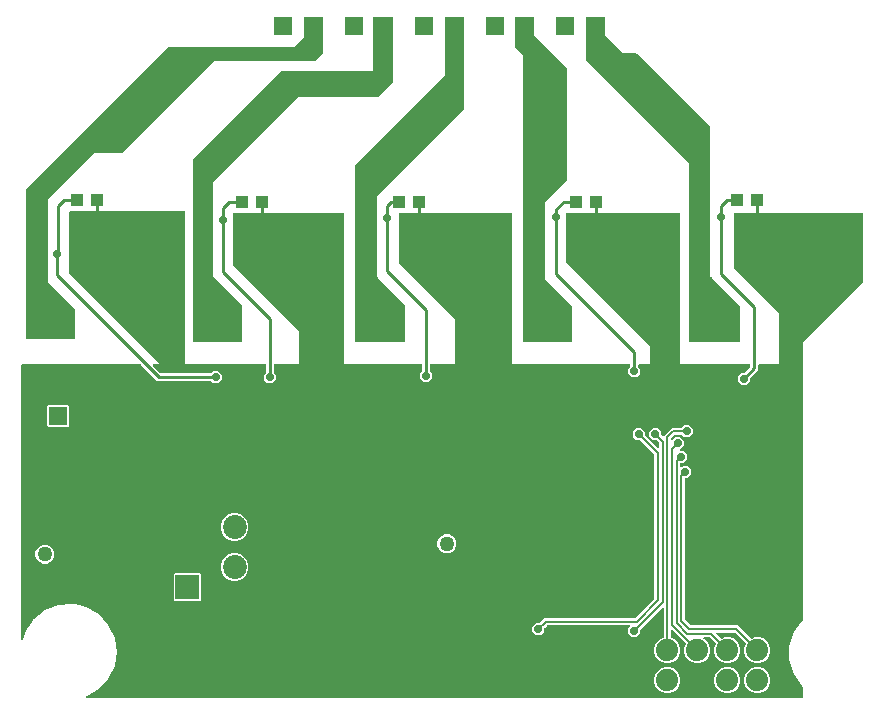
<source format=gbr>
G04 EAGLE Gerber RS-274X export*
G75*
%MOMM*%
%FSLAX34Y34*%
%LPD*%
%INBottom Copper*%
%IPPOS*%
%AMOC8*
5,1,8,0,0,1.08239X$1,22.5*%
G01*
%ADD10R,1.524000X1.524000*%
%ADD11R,2.025000X2.025000*%
%ADD12C,2.025000*%
%ADD13R,1.100000X1.000000*%
%ADD14C,1.879600*%
%ADD15C,1.275000*%
%ADD16C,0.756400*%
%ADD17C,0.706400*%
%ADD18C,0.254000*%
%ADD19C,0.200000*%

G36*
X715548Y355062D02*
X715548Y355062D01*
X715601Y355136D01*
X715661Y355205D01*
X715673Y355235D01*
X715692Y355261D01*
X715719Y355348D01*
X715753Y355433D01*
X715757Y355474D01*
X715764Y355497D01*
X715763Y355529D01*
X715771Y355600D01*
X715771Y412750D01*
X715768Y412770D01*
X715770Y412789D01*
X715748Y412891D01*
X715732Y412993D01*
X715722Y413010D01*
X715718Y413030D01*
X715665Y413119D01*
X715616Y413210D01*
X715602Y413224D01*
X715592Y413241D01*
X715513Y413308D01*
X715438Y413380D01*
X715420Y413388D01*
X715405Y413401D01*
X715309Y413440D01*
X715215Y413483D01*
X715195Y413485D01*
X715177Y413493D01*
X715010Y413511D01*
X607060Y413511D01*
X607040Y413508D01*
X607021Y413510D01*
X606919Y413488D01*
X606817Y413472D01*
X606800Y413462D01*
X606780Y413458D01*
X606691Y413405D01*
X606600Y413356D01*
X606586Y413342D01*
X606569Y413332D01*
X606502Y413253D01*
X606431Y413178D01*
X606422Y413160D01*
X606409Y413145D01*
X606370Y413049D01*
X606327Y412955D01*
X606325Y412935D01*
X606317Y412917D01*
X606299Y412750D01*
X606299Y367030D01*
X606314Y366940D01*
X606321Y366849D01*
X606333Y366819D01*
X606339Y366787D01*
X606381Y366707D01*
X606417Y366623D01*
X606443Y366591D01*
X606454Y366570D01*
X606477Y366548D01*
X606522Y366492D01*
X644399Y328615D01*
X644399Y285241D01*
X627602Y285241D01*
X627582Y285238D01*
X627563Y285240D01*
X627461Y285218D01*
X627359Y285202D01*
X627342Y285192D01*
X627322Y285188D01*
X627233Y285135D01*
X627142Y285086D01*
X627128Y285072D01*
X627111Y285062D01*
X627044Y284983D01*
X626972Y284908D01*
X626964Y284890D01*
X626951Y284875D01*
X626912Y284779D01*
X626869Y284685D01*
X626867Y284665D01*
X626859Y284647D01*
X626841Y284480D01*
X626841Y280585D01*
X619960Y273704D01*
X619907Y273630D01*
X619847Y273561D01*
X619835Y273531D01*
X619816Y273504D01*
X619789Y273417D01*
X619755Y273333D01*
X619751Y273292D01*
X619744Y273269D01*
X619745Y273237D01*
X619737Y273166D01*
X619737Y270955D01*
X616775Y267993D01*
X612585Y267993D01*
X609623Y270955D01*
X609623Y275145D01*
X612585Y278107D01*
X614796Y278107D01*
X614886Y278121D01*
X614977Y278129D01*
X615007Y278141D01*
X615039Y278146D01*
X615119Y278189D01*
X615203Y278225D01*
X615235Y278251D01*
X615256Y278262D01*
X615278Y278285D01*
X615334Y278330D01*
X620076Y283072D01*
X620129Y283146D01*
X620189Y283215D01*
X620201Y283245D01*
X620220Y283272D01*
X620247Y283359D01*
X620281Y283443D01*
X620285Y283484D01*
X620292Y283507D01*
X620291Y283539D01*
X620299Y283610D01*
X620299Y284480D01*
X620296Y284500D01*
X620298Y284519D01*
X620276Y284621D01*
X620260Y284723D01*
X620250Y284740D01*
X620246Y284760D01*
X620193Y284849D01*
X620144Y284940D01*
X620130Y284954D01*
X620120Y284971D01*
X620041Y285038D01*
X619966Y285110D01*
X619948Y285118D01*
X619933Y285131D01*
X619837Y285170D01*
X619743Y285213D01*
X619723Y285215D01*
X619705Y285223D01*
X619538Y285241D01*
X560831Y285241D01*
X560831Y412750D01*
X560828Y412770D01*
X560830Y412789D01*
X560808Y412891D01*
X560792Y412993D01*
X560782Y413010D01*
X560778Y413030D01*
X560725Y413119D01*
X560676Y413210D01*
X560662Y413224D01*
X560652Y413241D01*
X560573Y413308D01*
X560498Y413380D01*
X560480Y413388D01*
X560465Y413401D01*
X560369Y413440D01*
X560275Y413483D01*
X560255Y413485D01*
X560237Y413493D01*
X560070Y413511D01*
X464820Y413511D01*
X464800Y413508D01*
X464781Y413510D01*
X464679Y413488D01*
X464577Y413472D01*
X464560Y413462D01*
X464540Y413458D01*
X464451Y413405D01*
X464360Y413356D01*
X464346Y413342D01*
X464329Y413332D01*
X464262Y413253D01*
X464191Y413178D01*
X464182Y413160D01*
X464169Y413145D01*
X464130Y413049D01*
X464087Y412955D01*
X464085Y412935D01*
X464077Y412917D01*
X464059Y412750D01*
X464059Y372110D01*
X464074Y372020D01*
X464081Y371929D01*
X464093Y371899D01*
X464099Y371867D01*
X464141Y371787D01*
X464177Y371703D01*
X464203Y371671D01*
X464214Y371650D01*
X464237Y371628D01*
X464282Y371572D01*
X535179Y300675D01*
X535179Y285241D01*
X526002Y285241D01*
X525982Y285238D01*
X525963Y285240D01*
X525861Y285218D01*
X525759Y285202D01*
X525742Y285192D01*
X525722Y285188D01*
X525633Y285135D01*
X525542Y285086D01*
X525528Y285072D01*
X525511Y285062D01*
X525444Y284983D01*
X525372Y284908D01*
X525364Y284890D01*
X525351Y284875D01*
X525312Y284779D01*
X525269Y284685D01*
X525267Y284665D01*
X525259Y284647D01*
X525241Y284480D01*
X525241Y283596D01*
X525255Y283506D01*
X525263Y283415D01*
X525275Y283385D01*
X525280Y283353D01*
X525323Y283272D01*
X525359Y283189D01*
X525385Y283156D01*
X525396Y283136D01*
X525419Y283114D01*
X525464Y283058D01*
X527027Y281495D01*
X527027Y277305D01*
X524065Y274343D01*
X519875Y274343D01*
X516913Y277305D01*
X516913Y281495D01*
X518476Y283058D01*
X518529Y283132D01*
X518589Y283201D01*
X518601Y283231D01*
X518620Y283257D01*
X518647Y283344D01*
X518681Y283429D01*
X518685Y283470D01*
X518692Y283492D01*
X518691Y283525D01*
X518699Y283596D01*
X518699Y284480D01*
X518696Y284500D01*
X518698Y284519D01*
X518676Y284621D01*
X518660Y284723D01*
X518650Y284740D01*
X518646Y284760D01*
X518593Y284849D01*
X518544Y284940D01*
X518530Y284954D01*
X518520Y284971D01*
X518441Y285038D01*
X518366Y285110D01*
X518348Y285118D01*
X518333Y285131D01*
X518237Y285170D01*
X518143Y285213D01*
X518123Y285215D01*
X518105Y285223D01*
X517938Y285241D01*
X418591Y285241D01*
X418591Y412750D01*
X418588Y412770D01*
X418590Y412789D01*
X418568Y412891D01*
X418552Y412993D01*
X418542Y413010D01*
X418538Y413030D01*
X418485Y413119D01*
X418436Y413210D01*
X418422Y413224D01*
X418412Y413241D01*
X418333Y413308D01*
X418258Y413380D01*
X418240Y413388D01*
X418225Y413401D01*
X418129Y413440D01*
X418035Y413483D01*
X418015Y413485D01*
X417997Y413493D01*
X417830Y413511D01*
X323850Y413511D01*
X323830Y413508D01*
X323811Y413510D01*
X323709Y413488D01*
X323607Y413472D01*
X323590Y413462D01*
X323570Y413458D01*
X323481Y413405D01*
X323390Y413356D01*
X323376Y413342D01*
X323359Y413332D01*
X323292Y413253D01*
X323221Y413178D01*
X323212Y413160D01*
X323199Y413145D01*
X323160Y413049D01*
X323117Y412955D01*
X323115Y412935D01*
X323107Y412917D01*
X323089Y412750D01*
X323089Y370840D01*
X323104Y370750D01*
X323111Y370659D01*
X323123Y370629D01*
X323129Y370597D01*
X323171Y370517D01*
X323207Y370433D01*
X323233Y370401D01*
X323244Y370380D01*
X323267Y370358D01*
X323312Y370302D01*
X370079Y323535D01*
X370079Y285241D01*
X349472Y285241D01*
X349452Y285238D01*
X349433Y285240D01*
X349331Y285218D01*
X349229Y285202D01*
X349212Y285192D01*
X349192Y285188D01*
X349103Y285135D01*
X349012Y285086D01*
X348998Y285072D01*
X348981Y285062D01*
X348914Y284983D01*
X348842Y284908D01*
X348834Y284890D01*
X348821Y284875D01*
X348782Y284779D01*
X348739Y284685D01*
X348737Y284665D01*
X348729Y284647D01*
X348711Y284480D01*
X348711Y279786D01*
X348725Y279696D01*
X348733Y279605D01*
X348745Y279575D01*
X348750Y279543D01*
X348793Y279462D01*
X348829Y279379D01*
X348855Y279346D01*
X348866Y279326D01*
X348889Y279304D01*
X348934Y279248D01*
X350497Y277685D01*
X350497Y273495D01*
X347535Y270533D01*
X343345Y270533D01*
X340383Y273495D01*
X340383Y277685D01*
X341946Y279248D01*
X341999Y279322D01*
X342059Y279391D01*
X342071Y279421D01*
X342090Y279447D01*
X342117Y279534D01*
X342151Y279619D01*
X342155Y279660D01*
X342162Y279682D01*
X342161Y279715D01*
X342169Y279786D01*
X342169Y284480D01*
X342166Y284500D01*
X342168Y284519D01*
X342146Y284621D01*
X342130Y284723D01*
X342120Y284740D01*
X342116Y284760D01*
X342063Y284849D01*
X342014Y284940D01*
X342000Y284954D01*
X341990Y284971D01*
X341911Y285038D01*
X341836Y285110D01*
X341818Y285118D01*
X341803Y285131D01*
X341707Y285170D01*
X341613Y285213D01*
X341593Y285215D01*
X341575Y285223D01*
X341408Y285241D01*
X276351Y285241D01*
X276351Y412750D01*
X276348Y412770D01*
X276350Y412789D01*
X276328Y412891D01*
X276312Y412993D01*
X276302Y413010D01*
X276298Y413030D01*
X276245Y413119D01*
X276196Y413210D01*
X276182Y413224D01*
X276172Y413241D01*
X276093Y413308D01*
X276018Y413380D01*
X276000Y413388D01*
X275985Y413401D01*
X275889Y413440D01*
X275795Y413483D01*
X275775Y413485D01*
X275757Y413493D01*
X275590Y413511D01*
X182880Y413511D01*
X182860Y413508D01*
X182841Y413510D01*
X182739Y413488D01*
X182637Y413472D01*
X182620Y413462D01*
X182600Y413458D01*
X182511Y413405D01*
X182420Y413356D01*
X182406Y413342D01*
X182389Y413332D01*
X182322Y413253D01*
X182251Y413178D01*
X182242Y413160D01*
X182229Y413145D01*
X182190Y413049D01*
X182147Y412955D01*
X182145Y412935D01*
X182137Y412917D01*
X182119Y412750D01*
X182119Y369570D01*
X182134Y369480D01*
X182141Y369389D01*
X182153Y369359D01*
X182159Y369327D01*
X182201Y369247D01*
X182237Y369163D01*
X182263Y369131D01*
X182274Y369110D01*
X182297Y369088D01*
X182342Y369032D01*
X237999Y313375D01*
X237999Y285241D01*
X217392Y285241D01*
X217372Y285238D01*
X217353Y285240D01*
X217251Y285218D01*
X217149Y285202D01*
X217132Y285192D01*
X217112Y285188D01*
X217023Y285135D01*
X216932Y285086D01*
X216918Y285072D01*
X216901Y285062D01*
X216834Y284983D01*
X216762Y284908D01*
X216754Y284890D01*
X216741Y284875D01*
X216702Y284779D01*
X216659Y284685D01*
X216657Y284665D01*
X216649Y284647D01*
X216631Y284480D01*
X216631Y278516D01*
X216645Y278426D01*
X216653Y278335D01*
X216665Y278305D01*
X216670Y278273D01*
X216713Y278192D01*
X216749Y278109D01*
X216775Y278076D01*
X216786Y278056D01*
X216809Y278034D01*
X216854Y277978D01*
X218417Y276415D01*
X218417Y272225D01*
X215455Y269263D01*
X211265Y269263D01*
X208303Y272225D01*
X208303Y276415D01*
X209866Y277978D01*
X209919Y278052D01*
X209979Y278121D01*
X209991Y278151D01*
X210010Y278177D01*
X210037Y278264D01*
X210071Y278349D01*
X210075Y278390D01*
X210082Y278412D01*
X210081Y278445D01*
X210089Y278516D01*
X210089Y284480D01*
X210086Y284500D01*
X210088Y284519D01*
X210066Y284621D01*
X210050Y284723D01*
X210040Y284740D01*
X210036Y284760D01*
X209983Y284849D01*
X209934Y284940D01*
X209920Y284954D01*
X209910Y284971D01*
X209831Y285038D01*
X209756Y285110D01*
X209738Y285118D01*
X209723Y285131D01*
X209627Y285170D01*
X209533Y285213D01*
X209513Y285215D01*
X209495Y285223D01*
X209328Y285241D01*
X141731Y285241D01*
X141731Y414020D01*
X141728Y414040D01*
X141730Y414059D01*
X141708Y414161D01*
X141692Y414263D01*
X141682Y414280D01*
X141678Y414300D01*
X141625Y414389D01*
X141576Y414480D01*
X141562Y414494D01*
X141552Y414511D01*
X141473Y414578D01*
X141398Y414650D01*
X141380Y414658D01*
X141365Y414671D01*
X141269Y414710D01*
X141175Y414753D01*
X141155Y414755D01*
X141137Y414763D01*
X140970Y414781D01*
X44450Y414781D01*
X44430Y414778D01*
X44411Y414780D01*
X44309Y414758D01*
X44207Y414742D01*
X44190Y414732D01*
X44170Y414728D01*
X44081Y414675D01*
X43990Y414626D01*
X43976Y414612D01*
X43959Y414602D01*
X43892Y414523D01*
X43821Y414448D01*
X43812Y414430D01*
X43799Y414415D01*
X43760Y414319D01*
X43717Y414225D01*
X43715Y414205D01*
X43707Y414187D01*
X43689Y414020D01*
X43689Y361950D01*
X43704Y361860D01*
X43711Y361769D01*
X43723Y361739D01*
X43729Y361707D01*
X43771Y361627D01*
X43807Y361543D01*
X43833Y361511D01*
X43844Y361490D01*
X43867Y361468D01*
X43912Y361412D01*
X120082Y285241D01*
X114922Y285241D01*
X114851Y285230D01*
X114780Y285228D01*
X114731Y285210D01*
X114679Y285202D01*
X114616Y285168D01*
X114549Y285143D01*
X114508Y285111D01*
X114462Y285086D01*
X114413Y285035D01*
X114357Y284990D01*
X114328Y284946D01*
X114293Y284908D01*
X114262Y284843D01*
X114224Y284783D01*
X114211Y284732D01*
X114189Y284685D01*
X114181Y284614D01*
X114164Y284544D01*
X114168Y284492D01*
X114162Y284441D01*
X114177Y284370D01*
X114183Y284299D01*
X114203Y284251D01*
X114214Y284200D01*
X114251Y284139D01*
X114279Y284073D01*
X114324Y284017D01*
X114340Y283989D01*
X114358Y283974D01*
X114384Y283942D01*
X120512Y277814D01*
X120586Y277761D01*
X120655Y277701D01*
X120685Y277689D01*
X120712Y277670D01*
X120799Y277643D01*
X120883Y277609D01*
X120924Y277605D01*
X120947Y277598D01*
X120979Y277599D01*
X121050Y277591D01*
X163444Y277591D01*
X163534Y277605D01*
X163625Y277613D01*
X163655Y277625D01*
X163687Y277630D01*
X163768Y277673D01*
X163851Y277709D01*
X163884Y277735D01*
X163904Y277746D01*
X163926Y277769D01*
X163982Y277814D01*
X165545Y279377D01*
X169735Y279377D01*
X172697Y276415D01*
X172697Y272225D01*
X169735Y269263D01*
X165545Y269263D01*
X163982Y270826D01*
X163908Y270879D01*
X163839Y270939D01*
X163809Y270951D01*
X163783Y270970D01*
X163696Y270997D01*
X163611Y271031D01*
X163570Y271035D01*
X163548Y271042D01*
X163515Y271041D01*
X163444Y271049D01*
X118025Y271049D01*
X115886Y273188D01*
X104056Y285018D01*
X103982Y285071D01*
X103913Y285131D01*
X103883Y285143D01*
X103856Y285162D01*
X103769Y285189D01*
X103685Y285223D01*
X103644Y285227D01*
X103621Y285234D01*
X103589Y285233D01*
X103518Y285241D01*
X3524Y285241D01*
X3504Y285238D01*
X3485Y285240D01*
X3383Y285218D01*
X3281Y285202D01*
X3264Y285192D01*
X3244Y285188D01*
X3155Y285135D01*
X3064Y285086D01*
X3050Y285072D01*
X3033Y285062D01*
X2966Y284983D01*
X2894Y284908D01*
X2886Y284890D01*
X2873Y284875D01*
X2834Y284779D01*
X2791Y284685D01*
X2789Y284665D01*
X2781Y284647D01*
X2763Y284480D01*
X2763Y52242D01*
X2764Y52232D01*
X2763Y52222D01*
X2765Y52213D01*
X2764Y52204D01*
X2784Y52110D01*
X2802Y51999D01*
X2807Y51990D01*
X2809Y51981D01*
X2815Y51970D01*
X2816Y51964D01*
X2853Y51903D01*
X2865Y51882D01*
X2918Y51782D01*
X2925Y51775D01*
X2929Y51766D01*
X2940Y51757D01*
X2942Y51753D01*
X2980Y51721D01*
X3014Y51690D01*
X3096Y51612D01*
X3105Y51608D01*
X3112Y51602D01*
X3127Y51595D01*
X3129Y51593D01*
X3162Y51580D01*
X3216Y51556D01*
X3319Y51509D01*
X3329Y51508D01*
X3338Y51504D01*
X3355Y51502D01*
X3357Y51501D01*
X3524Y51483D01*
X3525Y51483D01*
X3536Y51485D01*
X3563Y51481D01*
X3573Y51484D01*
X3583Y51483D01*
X3693Y51510D01*
X3704Y51512D01*
X3767Y51522D01*
X3778Y51528D01*
X3804Y51534D01*
X3812Y51539D01*
X3822Y51541D01*
X3918Y51602D01*
X3920Y51603D01*
X3985Y51638D01*
X3995Y51648D01*
X4015Y51660D01*
X4021Y51667D01*
X4030Y51673D01*
X4097Y51756D01*
X4154Y51816D01*
X4161Y51831D01*
X4175Y51847D01*
X4178Y51856D01*
X4185Y51863D01*
X4251Y52017D01*
X6572Y59540D01*
X7015Y60189D01*
X7015Y60190D01*
X7534Y60951D01*
X8053Y61712D01*
X8572Y62473D01*
X8572Y62474D01*
X9091Y63235D01*
X9610Y63996D01*
X10129Y64757D01*
X10648Y65518D01*
X10648Y65519D01*
X11167Y66279D01*
X11167Y66280D01*
X11686Y67041D01*
X12205Y67802D01*
X12724Y68563D01*
X12724Y68564D01*
X13243Y69325D01*
X13395Y69547D01*
X22864Y77098D01*
X34138Y81523D01*
X46216Y82429D01*
X48308Y81951D01*
X51643Y81190D01*
X54978Y80429D01*
X58025Y79733D01*
X68514Y73677D01*
X76752Y64799D01*
X82007Y53887D01*
X83812Y41910D01*
X82007Y29933D01*
X76752Y19021D01*
X68514Y10143D01*
X58192Y4183D01*
X58155Y4153D01*
X58112Y4130D01*
X58060Y4075D01*
X58002Y4027D01*
X57976Y3987D01*
X57943Y3952D01*
X57911Y3883D01*
X57871Y3819D01*
X57860Y3772D01*
X57839Y3729D01*
X57831Y3654D01*
X57813Y3580D01*
X57818Y3532D01*
X57812Y3485D01*
X57828Y3410D01*
X57835Y3335D01*
X57854Y3291D01*
X57865Y3244D01*
X57903Y3179D01*
X57934Y3110D01*
X57966Y3074D01*
X57991Y3033D01*
X58048Y2984D01*
X58099Y2928D01*
X58141Y2904D01*
X58178Y2873D01*
X58248Y2845D01*
X58314Y2808D01*
X58361Y2799D01*
X58406Y2781D01*
X58534Y2767D01*
X58556Y2763D01*
X58563Y2764D01*
X58573Y2763D01*
X664210Y2763D01*
X664230Y2766D01*
X664249Y2764D01*
X664351Y2786D01*
X664453Y2802D01*
X664470Y2812D01*
X664490Y2816D01*
X664579Y2869D01*
X664670Y2918D01*
X664684Y2932D01*
X664701Y2942D01*
X664768Y3021D01*
X664840Y3096D01*
X664848Y3114D01*
X664861Y3129D01*
X664900Y3225D01*
X664943Y3319D01*
X664945Y3339D01*
X664953Y3357D01*
X664971Y3524D01*
X664971Y11571D01*
X664970Y11581D01*
X664971Y11592D01*
X664950Y11703D01*
X664932Y11813D01*
X664927Y11823D01*
X664925Y11833D01*
X664869Y11932D01*
X664816Y12031D01*
X664809Y12038D01*
X664803Y12047D01*
X664685Y12166D01*
X663635Y13003D01*
X656812Y23010D01*
X653242Y34584D01*
X653242Y46696D01*
X656812Y58270D01*
X657602Y59428D01*
X658640Y60951D01*
X659678Y62473D01*
X659678Y62474D01*
X660197Y63235D01*
X661235Y64757D01*
X662273Y66280D01*
X663635Y68277D01*
X664685Y69114D01*
X664692Y69122D01*
X664701Y69128D01*
X664774Y69213D01*
X664850Y69297D01*
X664854Y69306D01*
X664861Y69315D01*
X664903Y69420D01*
X664948Y69522D01*
X664949Y69533D01*
X664953Y69543D01*
X664971Y69709D01*
X664971Y304485D01*
X715548Y355062D01*
G37*
G36*
X48310Y306971D02*
X48310Y306971D01*
X48361Y306973D01*
X48393Y306991D01*
X48429Y306999D01*
X48468Y307032D01*
X48513Y307056D01*
X48534Y307086D01*
X48562Y307109D01*
X48583Y307156D01*
X48613Y307198D01*
X48621Y307240D01*
X48633Y307268D01*
X48632Y307298D01*
X48640Y307340D01*
X48640Y331470D01*
X48623Y331544D01*
X48610Y331619D01*
X48603Y331629D01*
X48601Y331639D01*
X48577Y331668D01*
X48529Y331739D01*
X25780Y354488D01*
X25780Y425293D01*
X64928Y464440D01*
X88900Y464440D01*
X88974Y464457D01*
X89049Y464470D01*
X89059Y464477D01*
X89069Y464479D01*
X89098Y464503D01*
X89169Y464551D01*
X166528Y541910D01*
X251460Y541910D01*
X251534Y541927D01*
X251609Y541940D01*
X251619Y541947D01*
X251629Y541949D01*
X251658Y541973D01*
X251729Y542021D01*
X258079Y548371D01*
X258119Y548436D01*
X258163Y548498D01*
X258165Y548510D01*
X258170Y548518D01*
X258174Y548555D01*
X258190Y548640D01*
X258190Y579120D01*
X258179Y579170D01*
X258177Y579221D01*
X258159Y579253D01*
X258151Y579289D01*
X258118Y579328D01*
X258094Y579373D01*
X258064Y579394D01*
X258041Y579422D01*
X257994Y579443D01*
X257952Y579473D01*
X257910Y579481D01*
X257882Y579493D01*
X257852Y579492D01*
X257810Y579500D01*
X242570Y579500D01*
X242520Y579489D01*
X242469Y579487D01*
X242437Y579469D01*
X242401Y579461D01*
X242362Y579428D01*
X242317Y579404D01*
X242296Y579374D01*
X242268Y579351D01*
X242247Y579304D01*
X242217Y579262D01*
X242209Y579220D01*
X242197Y579192D01*
X242198Y579162D01*
X242190Y579120D01*
X242190Y562768D01*
X233523Y554100D01*
X128270Y554100D01*
X128196Y554083D01*
X128121Y554070D01*
X128111Y554063D01*
X128101Y554061D01*
X128072Y554037D01*
X128001Y553989D01*
X7351Y433339D01*
X7311Y433274D01*
X7267Y433212D01*
X7265Y433200D01*
X7260Y433192D01*
X7256Y433155D01*
X7240Y433070D01*
X7240Y307340D01*
X7251Y307290D01*
X7253Y307239D01*
X7271Y307207D01*
X7279Y307171D01*
X7312Y307132D01*
X7336Y307087D01*
X7366Y307066D01*
X7389Y307038D01*
X7436Y307017D01*
X7478Y306987D01*
X7520Y306979D01*
X7548Y306967D01*
X7578Y306968D01*
X7620Y306960D01*
X48260Y306960D01*
X48310Y306971D01*
G37*
G36*
X189280Y304431D02*
X189280Y304431D01*
X189331Y304433D01*
X189363Y304451D01*
X189399Y304459D01*
X189438Y304492D01*
X189483Y304516D01*
X189504Y304546D01*
X189532Y304569D01*
X189553Y304616D01*
X189583Y304658D01*
X189591Y304700D01*
X189603Y304728D01*
X189602Y304758D01*
X189610Y304800D01*
X189610Y335280D01*
X189593Y335354D01*
X189580Y335429D01*
X189573Y335439D01*
X189571Y335449D01*
X189547Y335478D01*
X189499Y335549D01*
X165480Y359568D01*
X165480Y439263D01*
X237648Y511430D01*
X304800Y511430D01*
X304874Y511447D01*
X304949Y511460D01*
X304959Y511467D01*
X304969Y511469D01*
X304998Y511493D01*
X305069Y511541D01*
X317769Y524241D01*
X317809Y524306D01*
X317853Y524368D01*
X317855Y524380D01*
X317860Y524388D01*
X317864Y524425D01*
X317880Y524510D01*
X317880Y579120D01*
X317869Y579170D01*
X317867Y579221D01*
X317849Y579253D01*
X317841Y579289D01*
X317808Y579328D01*
X317784Y579373D01*
X317754Y579394D01*
X317731Y579422D01*
X317684Y579443D01*
X317642Y579473D01*
X317600Y579481D01*
X317572Y579493D01*
X317542Y579492D01*
X317500Y579500D01*
X300990Y579500D01*
X300940Y579489D01*
X300889Y579487D01*
X300857Y579469D01*
X300821Y579461D01*
X300782Y579428D01*
X300737Y579404D01*
X300716Y579374D01*
X300688Y579351D01*
X300667Y579304D01*
X300637Y579262D01*
X300629Y579220D01*
X300617Y579192D01*
X300618Y579162D01*
X300610Y579120D01*
X300610Y533780D01*
X223520Y533780D01*
X223446Y533763D01*
X223371Y533750D01*
X223361Y533743D01*
X223351Y533741D01*
X223322Y533717D01*
X223251Y533669D01*
X148321Y458739D01*
X148281Y458674D01*
X148237Y458612D01*
X148235Y458600D01*
X148230Y458592D01*
X148226Y458555D01*
X148210Y458470D01*
X148210Y304800D01*
X148221Y304750D01*
X148223Y304699D01*
X148241Y304667D01*
X148249Y304631D01*
X148282Y304592D01*
X148306Y304547D01*
X148336Y304526D01*
X148359Y304498D01*
X148406Y304477D01*
X148448Y304447D01*
X148490Y304439D01*
X148518Y304427D01*
X148548Y304428D01*
X148590Y304420D01*
X189230Y304420D01*
X189280Y304431D01*
G37*
G36*
X610920Y304431D02*
X610920Y304431D01*
X610971Y304433D01*
X611003Y304451D01*
X611039Y304459D01*
X611078Y304492D01*
X611123Y304516D01*
X611144Y304546D01*
X611172Y304569D01*
X611193Y304616D01*
X611223Y304658D01*
X611231Y304700D01*
X611243Y304728D01*
X611242Y304758D01*
X611250Y304800D01*
X611250Y334010D01*
X611233Y334084D01*
X611220Y334159D01*
X611213Y334169D01*
X611211Y334179D01*
X611187Y334208D01*
X611139Y334279D01*
X585850Y359568D01*
X585850Y486410D01*
X585833Y486484D01*
X585820Y486559D01*
X585813Y486569D01*
X585811Y486579D01*
X585787Y486608D01*
X585739Y486679D01*
X523509Y548909D01*
X523444Y548949D01*
X523382Y548993D01*
X523370Y548995D01*
X523362Y549000D01*
X523325Y549004D01*
X523240Y549020D01*
X511968Y549020D01*
X496950Y564038D01*
X496950Y579120D01*
X496939Y579170D01*
X496937Y579221D01*
X496919Y579253D01*
X496911Y579289D01*
X496878Y579328D01*
X496854Y579373D01*
X496824Y579394D01*
X496801Y579422D01*
X496754Y579443D01*
X496712Y579473D01*
X496670Y579481D01*
X496642Y579493D01*
X496612Y579492D01*
X496570Y579500D01*
X481330Y579500D01*
X481280Y579489D01*
X481229Y579487D01*
X481197Y579469D01*
X481161Y579461D01*
X481122Y579428D01*
X481077Y579404D01*
X481056Y579374D01*
X481028Y579351D01*
X481007Y579304D01*
X480977Y579262D01*
X480969Y579220D01*
X480957Y579192D01*
X480958Y579162D01*
X480950Y579120D01*
X480950Y543560D01*
X480963Y543503D01*
X480963Y543496D01*
X480966Y543492D01*
X480967Y543486D01*
X480980Y543411D01*
X480987Y543401D01*
X480989Y543391D01*
X481013Y543362D01*
X481061Y543291D01*
X568580Y455773D01*
X568580Y304800D01*
X568591Y304750D01*
X568593Y304699D01*
X568611Y304667D01*
X568619Y304631D01*
X568652Y304592D01*
X568676Y304547D01*
X568706Y304526D01*
X568729Y304498D01*
X568776Y304477D01*
X568818Y304447D01*
X568860Y304439D01*
X568888Y304427D01*
X568918Y304428D01*
X568960Y304420D01*
X610870Y304420D01*
X610920Y304431D01*
G37*
G36*
X468680Y304431D02*
X468680Y304431D01*
X468731Y304433D01*
X468763Y304451D01*
X468799Y304459D01*
X468838Y304492D01*
X468883Y304516D01*
X468904Y304546D01*
X468932Y304569D01*
X468953Y304616D01*
X468983Y304658D01*
X468991Y304700D01*
X469003Y304728D01*
X469002Y304758D01*
X469010Y304800D01*
X469010Y334010D01*
X468993Y334084D01*
X468980Y334159D01*
X468973Y334169D01*
X468971Y334179D01*
X468947Y334208D01*
X468899Y334279D01*
X446150Y357028D01*
X446150Y422753D01*
X465089Y441691D01*
X465129Y441756D01*
X465173Y441818D01*
X465175Y441830D01*
X465180Y441838D01*
X465184Y441875D01*
X465200Y441960D01*
X465200Y535940D01*
X465183Y536014D01*
X465170Y536089D01*
X465163Y536099D01*
X465161Y536109D01*
X465137Y536138D01*
X465089Y536209D01*
X437260Y564038D01*
X437260Y579120D01*
X437249Y579170D01*
X437247Y579221D01*
X437229Y579253D01*
X437221Y579289D01*
X437188Y579328D01*
X437164Y579373D01*
X437134Y579394D01*
X437111Y579422D01*
X437064Y579443D01*
X437022Y579473D01*
X436980Y579481D01*
X436952Y579493D01*
X436922Y579492D01*
X436880Y579500D01*
X421640Y579500D01*
X421590Y579489D01*
X421539Y579487D01*
X421507Y579469D01*
X421471Y579461D01*
X421432Y579428D01*
X421387Y579404D01*
X421366Y579374D01*
X421338Y579351D01*
X421317Y579304D01*
X421287Y579262D01*
X421279Y579220D01*
X421267Y579192D01*
X421268Y579162D01*
X421260Y579120D01*
X421260Y553720D01*
X421277Y553646D01*
X421290Y553571D01*
X421297Y553561D01*
X421299Y553551D01*
X421323Y553522D01*
X421371Y553451D01*
X427610Y547213D01*
X427610Y304800D01*
X427621Y304750D01*
X427623Y304699D01*
X427641Y304667D01*
X427649Y304631D01*
X427682Y304592D01*
X427706Y304547D01*
X427736Y304526D01*
X427759Y304498D01*
X427806Y304477D01*
X427848Y304447D01*
X427890Y304439D01*
X427918Y304427D01*
X427948Y304428D01*
X427990Y304420D01*
X468630Y304420D01*
X468680Y304431D01*
G37*
G36*
X327710Y304431D02*
X327710Y304431D01*
X327761Y304433D01*
X327793Y304451D01*
X327829Y304459D01*
X327868Y304492D01*
X327913Y304516D01*
X327934Y304546D01*
X327962Y304569D01*
X327983Y304616D01*
X328013Y304658D01*
X328021Y304700D01*
X328033Y304728D01*
X328032Y304758D01*
X328040Y304800D01*
X328040Y335280D01*
X328023Y335354D01*
X328010Y335429D01*
X328003Y335439D01*
X328001Y335449D01*
X327977Y335478D01*
X327929Y335549D01*
X303910Y359568D01*
X303910Y427833D01*
X377459Y501381D01*
X377499Y501446D01*
X377543Y501508D01*
X377545Y501520D01*
X377550Y501528D01*
X377554Y501565D01*
X377570Y501650D01*
X377570Y579120D01*
X377559Y579170D01*
X377557Y579221D01*
X377539Y579253D01*
X377531Y579289D01*
X377498Y579328D01*
X377474Y579373D01*
X377444Y579394D01*
X377421Y579422D01*
X377374Y579443D01*
X377332Y579473D01*
X377290Y579481D01*
X377262Y579493D01*
X377232Y579492D01*
X377190Y579500D01*
X361950Y579500D01*
X361900Y579489D01*
X361849Y579487D01*
X361817Y579469D01*
X361781Y579461D01*
X361742Y579428D01*
X361697Y579404D01*
X361676Y579374D01*
X361648Y579351D01*
X361627Y579304D01*
X361597Y579262D01*
X361589Y579220D01*
X361577Y579192D01*
X361578Y579162D01*
X361570Y579120D01*
X361570Y529748D01*
X285481Y453659D01*
X285441Y453594D01*
X285397Y453532D01*
X285395Y453520D01*
X285390Y453512D01*
X285386Y453475D01*
X285370Y453390D01*
X285370Y304800D01*
X285381Y304750D01*
X285383Y304699D01*
X285401Y304667D01*
X285409Y304631D01*
X285442Y304592D01*
X285466Y304547D01*
X285496Y304526D01*
X285519Y304498D01*
X285566Y304477D01*
X285608Y304447D01*
X285650Y304439D01*
X285678Y304427D01*
X285708Y304428D01*
X285750Y304420D01*
X327660Y304420D01*
X327710Y304431D01*
G37*
%LPC*%
G36*
X547737Y32257D02*
X547737Y32257D01*
X543723Y33920D01*
X540650Y36993D01*
X538987Y41007D01*
X538987Y45353D01*
X540650Y49367D01*
X543723Y52440D01*
X546439Y53565D01*
X546539Y53627D01*
X546639Y53687D01*
X546643Y53691D01*
X546648Y53695D01*
X546723Y53784D01*
X546799Y53874D01*
X546801Y53879D01*
X546805Y53884D01*
X546847Y53992D01*
X546891Y54102D01*
X546892Y54109D01*
X546893Y54114D01*
X546894Y54132D01*
X546909Y54268D01*
X546909Y78548D01*
X546898Y78619D01*
X546896Y78690D01*
X546878Y78739D01*
X546870Y78791D01*
X546836Y78854D01*
X546811Y78921D01*
X546779Y78962D01*
X546754Y79008D01*
X546702Y79057D01*
X546658Y79113D01*
X546614Y79141D01*
X546576Y79177D01*
X546511Y79207D01*
X546451Y79246D01*
X546400Y79259D01*
X546353Y79281D01*
X546282Y79289D01*
X546212Y79306D01*
X546160Y79302D01*
X546109Y79308D01*
X546038Y79293D01*
X545967Y79287D01*
X545919Y79267D01*
X545868Y79256D01*
X545807Y79219D01*
X545741Y79191D01*
X545685Y79146D01*
X545657Y79130D01*
X545642Y79112D01*
X545610Y79086D01*
X527250Y60726D01*
X527197Y60652D01*
X527137Y60583D01*
X527125Y60552D01*
X527106Y60526D01*
X527079Y60439D01*
X527045Y60354D01*
X527041Y60314D01*
X527034Y60291D01*
X527035Y60259D01*
X527027Y60188D01*
X527027Y57595D01*
X524065Y54633D01*
X519875Y54633D01*
X516913Y57595D01*
X516913Y61785D01*
X518138Y63010D01*
X518180Y63068D01*
X518230Y63120D01*
X518252Y63167D01*
X518282Y63209D01*
X518303Y63278D01*
X518333Y63343D01*
X518339Y63395D01*
X518354Y63445D01*
X518352Y63516D01*
X518360Y63587D01*
X518349Y63638D01*
X518348Y63690D01*
X518323Y63758D01*
X518308Y63828D01*
X518281Y63873D01*
X518264Y63921D01*
X518219Y63977D01*
X518182Y64039D01*
X518142Y64073D01*
X518110Y64113D01*
X518050Y64152D01*
X517995Y64199D01*
X517947Y64218D01*
X517903Y64246D01*
X517833Y64264D01*
X517767Y64291D01*
X517696Y64299D01*
X517664Y64307D01*
X517641Y64305D01*
X517600Y64309D01*
X448598Y64309D01*
X448508Y64295D01*
X448417Y64287D01*
X448387Y64275D01*
X448356Y64270D01*
X448275Y64227D01*
X448191Y64191D01*
X448159Y64165D01*
X448138Y64154D01*
X448116Y64131D01*
X448060Y64086D01*
X445970Y61996D01*
X445917Y61922D01*
X445857Y61853D01*
X445845Y61822D01*
X445826Y61796D01*
X445799Y61709D01*
X445765Y61624D01*
X445761Y61584D01*
X445754Y61561D01*
X445755Y61529D01*
X445747Y61458D01*
X445747Y58865D01*
X442785Y55903D01*
X438595Y55903D01*
X435633Y58865D01*
X435633Y63055D01*
X438595Y66017D01*
X441188Y66017D01*
X441278Y66031D01*
X441369Y66039D01*
X441399Y66051D01*
X441430Y66056D01*
X441511Y66099D01*
X441595Y66135D01*
X441627Y66161D01*
X441648Y66172D01*
X441670Y66195D01*
X441726Y66240D01*
X445797Y70311D01*
X522375Y70311D01*
X522465Y70325D01*
X522556Y70333D01*
X522586Y70345D01*
X522618Y70350D01*
X522698Y70393D01*
X522782Y70429D01*
X522814Y70455D01*
X522835Y70466D01*
X522857Y70489D01*
X522913Y70534D01*
X538686Y86307D01*
X538739Y86381D01*
X538799Y86450D01*
X538811Y86480D01*
X538830Y86507D01*
X538857Y86594D01*
X538891Y86678D01*
X538895Y86719D01*
X538902Y86742D01*
X538901Y86774D01*
X538909Y86845D01*
X538909Y208372D01*
X538895Y208462D01*
X538887Y208553D01*
X538875Y208583D01*
X538870Y208614D01*
X538827Y208695D01*
X538791Y208779D01*
X538765Y208811D01*
X538754Y208832D01*
X538731Y208854D01*
X538686Y208910D01*
X526816Y220780D01*
X526742Y220833D01*
X526673Y220893D01*
X526642Y220905D01*
X526616Y220924D01*
X526529Y220951D01*
X526444Y220985D01*
X526404Y220989D01*
X526381Y220996D01*
X526349Y220995D01*
X526278Y221003D01*
X523685Y221003D01*
X520723Y223965D01*
X520723Y228155D01*
X523685Y231117D01*
X527875Y231117D01*
X530837Y228155D01*
X530837Y225562D01*
X530851Y225472D01*
X530859Y225381D01*
X530871Y225351D01*
X530876Y225320D01*
X530919Y225239D01*
X530955Y225155D01*
X530981Y225123D01*
X530992Y225102D01*
X531015Y225080D01*
X531060Y225024D01*
X541610Y214474D01*
X541668Y214432D01*
X541720Y214383D01*
X541767Y214361D01*
X541809Y214330D01*
X541878Y214309D01*
X541943Y214279D01*
X541995Y214273D01*
X542045Y214258D01*
X542116Y214260D01*
X542187Y214252D01*
X542238Y214263D01*
X542290Y214264D01*
X542358Y214289D01*
X542428Y214304D01*
X542473Y214331D01*
X542521Y214349D01*
X542577Y214394D01*
X542639Y214430D01*
X542673Y214470D01*
X542713Y214503D01*
X542752Y214563D01*
X542799Y214617D01*
X542818Y214666D01*
X542846Y214709D01*
X542864Y214779D01*
X542891Y214845D01*
X542899Y214917D01*
X542907Y214948D01*
X542905Y214971D01*
X542909Y215012D01*
X542909Y218342D01*
X542895Y218432D01*
X542887Y218523D01*
X542875Y218553D01*
X542870Y218584D01*
X542827Y218665D01*
X542791Y218749D01*
X542765Y218781D01*
X542754Y218802D01*
X542731Y218824D01*
X542686Y218880D01*
X540786Y220780D01*
X540712Y220833D01*
X540643Y220893D01*
X540612Y220905D01*
X540586Y220924D01*
X540499Y220951D01*
X540414Y220985D01*
X540374Y220989D01*
X540351Y220996D01*
X540319Y220995D01*
X540248Y221003D01*
X537655Y221003D01*
X534693Y223965D01*
X534693Y228155D01*
X537655Y231117D01*
X541845Y231117D01*
X544807Y228155D01*
X544807Y225562D01*
X544821Y225472D01*
X544829Y225381D01*
X544841Y225351D01*
X544846Y225320D01*
X544889Y225239D01*
X544925Y225155D01*
X544951Y225123D01*
X544962Y225102D01*
X544985Y225080D01*
X545030Y225024D01*
X545610Y224444D01*
X545668Y224402D01*
X545720Y224353D01*
X545767Y224331D01*
X545809Y224300D01*
X545878Y224279D01*
X545943Y224249D01*
X545995Y224243D01*
X546045Y224228D01*
X546116Y224230D01*
X546187Y224222D01*
X546238Y224233D01*
X546290Y224234D01*
X546358Y224259D01*
X546428Y224274D01*
X546473Y224301D01*
X546521Y224319D01*
X546577Y224364D01*
X546639Y224400D01*
X546673Y224440D01*
X546713Y224473D01*
X546752Y224533D01*
X546799Y224587D01*
X546818Y224636D01*
X546846Y224679D01*
X546853Y224707D01*
X553747Y231601D01*
X561954Y231601D01*
X562044Y231615D01*
X562135Y231623D01*
X562165Y231635D01*
X562197Y231640D01*
X562278Y231683D01*
X562361Y231719D01*
X562394Y231745D01*
X562414Y231756D01*
X562436Y231779D01*
X562492Y231824D01*
X564325Y233657D01*
X568515Y233657D01*
X571477Y230695D01*
X571477Y226505D01*
X568515Y223543D01*
X564325Y223543D01*
X562492Y225376D01*
X562418Y225429D01*
X562349Y225489D01*
X562319Y225501D01*
X562293Y225520D01*
X562206Y225547D01*
X562121Y225581D01*
X562080Y225585D01*
X562058Y225592D01*
X562025Y225591D01*
X561954Y225599D01*
X556548Y225599D01*
X556458Y225585D01*
X556367Y225577D01*
X556337Y225565D01*
X556306Y225560D01*
X556225Y225517D01*
X556141Y225481D01*
X556109Y225455D01*
X556088Y225444D01*
X556066Y225421D01*
X556010Y225376D01*
X553134Y222500D01*
X553085Y222433D01*
X553083Y222431D01*
X553083Y222429D01*
X553081Y222426D01*
X553021Y222357D01*
X553009Y222326D01*
X552990Y222300D01*
X552963Y222213D01*
X552929Y222128D01*
X552925Y222088D01*
X552918Y222065D01*
X552919Y222033D01*
X552911Y221962D01*
X552911Y221540D01*
X552922Y221469D01*
X552924Y221397D01*
X552942Y221348D01*
X552950Y221297D01*
X552984Y221234D01*
X553009Y221166D01*
X553041Y221126D01*
X553066Y221080D01*
X553118Y221030D01*
X553162Y220974D01*
X553206Y220946D01*
X553244Y220910D01*
X553309Y220880D01*
X553369Y220841D01*
X553420Y220829D01*
X553467Y220807D01*
X553538Y220799D01*
X553608Y220781D01*
X553660Y220785D01*
X553711Y220780D01*
X553782Y220795D01*
X553853Y220800D01*
X553901Y220821D01*
X553952Y220832D01*
X554013Y220869D01*
X554079Y220897D01*
X554135Y220942D01*
X554163Y220958D01*
X554178Y220976D01*
X554210Y221002D01*
X556705Y223497D01*
X560895Y223497D01*
X563857Y220535D01*
X563857Y216345D01*
X560878Y213366D01*
X560836Y213308D01*
X560786Y213256D01*
X560764Y213209D01*
X560734Y213167D01*
X560713Y213098D01*
X560683Y213033D01*
X560677Y212981D01*
X560662Y212931D01*
X560664Y212860D01*
X560656Y212789D01*
X560667Y212738D01*
X560668Y212686D01*
X560693Y212618D01*
X560708Y212548D01*
X560735Y212503D01*
X560752Y212455D01*
X560797Y212399D01*
X560834Y212337D01*
X560874Y212303D01*
X560906Y212263D01*
X560966Y212224D01*
X561021Y212177D01*
X561069Y212158D01*
X561113Y212130D01*
X561183Y212112D01*
X561249Y212085D01*
X561320Y212077D01*
X561352Y212069D01*
X561375Y212071D01*
X561416Y212067D01*
X563435Y212067D01*
X566397Y209105D01*
X566397Y204915D01*
X563435Y201953D01*
X561672Y201953D01*
X561652Y201950D01*
X561633Y201952D01*
X561531Y201930D01*
X561429Y201914D01*
X561412Y201904D01*
X561392Y201900D01*
X561303Y201847D01*
X561212Y201798D01*
X561198Y201784D01*
X561181Y201774D01*
X561114Y201695D01*
X561042Y201620D01*
X561034Y201602D01*
X561021Y201587D01*
X560982Y201491D01*
X560939Y201397D01*
X560937Y201377D01*
X560929Y201359D01*
X560911Y201192D01*
X560911Y199060D01*
X560922Y198989D01*
X560924Y198917D01*
X560942Y198868D01*
X560950Y198817D01*
X560984Y198754D01*
X561009Y198686D01*
X561041Y198646D01*
X561066Y198600D01*
X561118Y198550D01*
X561162Y198494D01*
X561206Y198466D01*
X561244Y198430D01*
X561309Y198400D01*
X561369Y198361D01*
X561420Y198349D01*
X561467Y198327D01*
X561538Y198319D01*
X561608Y198301D01*
X561660Y198305D01*
X561711Y198300D01*
X561782Y198315D01*
X561853Y198320D01*
X561901Y198341D01*
X561952Y198352D01*
X562013Y198389D01*
X562079Y198417D01*
X562135Y198462D01*
X562163Y198478D01*
X562178Y198496D01*
X562210Y198522D01*
X563055Y199367D01*
X567245Y199367D01*
X570207Y196405D01*
X570207Y192215D01*
X567245Y189253D01*
X565672Y189253D01*
X565652Y189250D01*
X565633Y189252D01*
X565531Y189230D01*
X565429Y189214D01*
X565412Y189204D01*
X565392Y189200D01*
X565303Y189147D01*
X565212Y189098D01*
X565198Y189084D01*
X565181Y189074D01*
X565114Y188995D01*
X565042Y188920D01*
X565034Y188902D01*
X565021Y188887D01*
X564982Y188791D01*
X564939Y188697D01*
X564937Y188677D01*
X564929Y188659D01*
X564911Y188492D01*
X564911Y69452D01*
X564925Y69362D01*
X564933Y69271D01*
X564945Y69241D01*
X564950Y69209D01*
X564993Y69129D01*
X565029Y69045D01*
X565055Y69013D01*
X565066Y68992D01*
X565089Y68970D01*
X565134Y68914D01*
X569674Y64374D01*
X569748Y64321D01*
X569817Y64261D01*
X569847Y64249D01*
X569873Y64230D01*
X569960Y64203D01*
X570045Y64169D01*
X570086Y64165D01*
X570109Y64158D01*
X570141Y64159D01*
X570212Y64151D01*
X609383Y64151D01*
X620391Y53143D01*
X620485Y53075D01*
X620580Y53005D01*
X620586Y53003D01*
X620591Y52999D01*
X620702Y52965D01*
X620814Y52928D01*
X620820Y52928D01*
X620826Y52927D01*
X620943Y52930D01*
X621060Y52931D01*
X621067Y52933D01*
X621072Y52933D01*
X621089Y52939D01*
X621221Y52977D01*
X623937Y54103D01*
X628283Y54103D01*
X632297Y52440D01*
X635370Y49367D01*
X637033Y45353D01*
X637033Y41007D01*
X635370Y36993D01*
X632297Y33920D01*
X628283Y32257D01*
X623937Y32257D01*
X619923Y33920D01*
X616850Y36993D01*
X615187Y41007D01*
X615187Y45353D01*
X616313Y48069D01*
X616339Y48183D01*
X616368Y48296D01*
X616367Y48303D01*
X616369Y48309D01*
X616358Y48425D01*
X616349Y48542D01*
X616346Y48547D01*
X616346Y48554D01*
X616298Y48661D01*
X616252Y48768D01*
X616248Y48774D01*
X616246Y48778D01*
X616233Y48792D01*
X616147Y48899D01*
X607120Y57926D01*
X607046Y57979D01*
X606977Y58039D01*
X606946Y58051D01*
X606920Y58070D01*
X606833Y58097D01*
X606748Y58131D01*
X606708Y58135D01*
X606685Y58142D01*
X606653Y58141D01*
X606582Y58149D01*
X591822Y58149D01*
X591751Y58138D01*
X591680Y58136D01*
X591631Y58118D01*
X591579Y58110D01*
X591516Y58076D01*
X591449Y58051D01*
X591408Y58019D01*
X591362Y57994D01*
X591313Y57942D01*
X591257Y57898D01*
X591229Y57854D01*
X591193Y57816D01*
X591163Y57751D01*
X591124Y57691D01*
X591111Y57640D01*
X591089Y57593D01*
X591081Y57522D01*
X591064Y57452D01*
X591068Y57400D01*
X591062Y57349D01*
X591077Y57278D01*
X591083Y57207D01*
X591103Y57159D01*
X591114Y57108D01*
X591151Y57047D01*
X591179Y56981D01*
X591224Y56925D01*
X591240Y56897D01*
X591258Y56882D01*
X591284Y56850D01*
X594991Y53143D01*
X595086Y53075D01*
X595180Y53005D01*
X595186Y53003D01*
X595191Y52999D01*
X595303Y52965D01*
X595414Y52928D01*
X595420Y52928D01*
X595426Y52927D01*
X595543Y52930D01*
X595660Y52931D01*
X595667Y52933D01*
X595672Y52933D01*
X595689Y52939D01*
X595821Y52977D01*
X598537Y54103D01*
X602883Y54103D01*
X606897Y52440D01*
X609970Y49367D01*
X611633Y45353D01*
X611633Y41007D01*
X609970Y36993D01*
X606897Y33920D01*
X602883Y32257D01*
X598537Y32257D01*
X594523Y33920D01*
X591450Y36993D01*
X589787Y41007D01*
X589787Y45353D01*
X590913Y48069D01*
X590939Y48183D01*
X590968Y48296D01*
X590967Y48303D01*
X590969Y48309D01*
X590958Y48425D01*
X590949Y48542D01*
X590946Y48547D01*
X590946Y48554D01*
X590898Y48661D01*
X590852Y48768D01*
X590848Y48774D01*
X590846Y48778D01*
X590833Y48792D01*
X590747Y48899D01*
X585720Y53926D01*
X585646Y53979D01*
X585577Y54039D01*
X585546Y54051D01*
X585520Y54070D01*
X585433Y54097D01*
X585348Y54131D01*
X585308Y54135D01*
X585285Y54142D01*
X585253Y54141D01*
X585182Y54149D01*
X581197Y54149D01*
X581101Y54134D01*
X581004Y54124D01*
X580980Y54114D01*
X580955Y54110D01*
X580869Y54064D01*
X580780Y54024D01*
X580760Y54007D01*
X580737Y53994D01*
X580670Y53924D01*
X580598Y53858D01*
X580586Y53835D01*
X580568Y53816D01*
X580527Y53728D01*
X580480Y53642D01*
X580475Y53617D01*
X580464Y53593D01*
X580453Y53496D01*
X580436Y53400D01*
X580440Y53374D01*
X580437Y53349D01*
X580458Y53254D01*
X580472Y53157D01*
X580484Y53134D01*
X580489Y53108D01*
X580539Y53025D01*
X580583Y52938D01*
X580602Y52919D01*
X580616Y52897D01*
X580690Y52834D01*
X580759Y52766D01*
X580788Y52750D01*
X580802Y52737D01*
X580833Y52725D01*
X580906Y52685D01*
X581497Y52440D01*
X584570Y49367D01*
X586233Y45353D01*
X586233Y41007D01*
X584570Y36993D01*
X581497Y33920D01*
X577483Y32257D01*
X573137Y32257D01*
X569123Y33920D01*
X566050Y36993D01*
X564387Y41007D01*
X564387Y45353D01*
X565513Y48069D01*
X565539Y48183D01*
X565568Y48296D01*
X565567Y48303D01*
X565569Y48309D01*
X565558Y48425D01*
X565549Y48542D01*
X565546Y48547D01*
X565546Y48554D01*
X565498Y48661D01*
X565452Y48768D01*
X565448Y48774D01*
X565446Y48778D01*
X565433Y48792D01*
X565347Y48899D01*
X554210Y60036D01*
X554152Y60078D01*
X554100Y60127D01*
X554053Y60149D01*
X554011Y60180D01*
X553942Y60201D01*
X553877Y60231D01*
X553825Y60237D01*
X553775Y60252D01*
X553704Y60250D01*
X553633Y60258D01*
X553582Y60247D01*
X553530Y60246D01*
X553462Y60221D01*
X553392Y60206D01*
X553347Y60179D01*
X553299Y60161D01*
X553243Y60116D01*
X553181Y60080D01*
X553147Y60040D01*
X553107Y60007D01*
X553068Y59947D01*
X553021Y59893D01*
X553002Y59844D01*
X552974Y59801D01*
X552956Y59731D01*
X552929Y59665D01*
X552921Y59593D01*
X552913Y59562D01*
X552915Y59539D01*
X552911Y59498D01*
X552911Y54268D01*
X552930Y54154D01*
X552947Y54037D01*
X552949Y54032D01*
X552950Y54026D01*
X553005Y53923D01*
X553058Y53818D01*
X553063Y53814D01*
X553066Y53808D01*
X553150Y53728D01*
X553234Y53646D01*
X553240Y53642D01*
X553244Y53639D01*
X553261Y53631D01*
X553381Y53565D01*
X556097Y52440D01*
X559170Y49367D01*
X560833Y45353D01*
X560833Y41007D01*
X559170Y36993D01*
X556097Y33920D01*
X552083Y32257D01*
X547737Y32257D01*
G37*
%LPD*%
%LPC*%
G36*
X132753Y84870D02*
X132753Y84870D01*
X131860Y85763D01*
X131860Y107277D01*
X132753Y108170D01*
X154267Y108170D01*
X155160Y107277D01*
X155160Y85763D01*
X154267Y84870D01*
X132753Y84870D01*
G37*
%LPD*%
%LPC*%
G36*
X181193Y135870D02*
X181193Y135870D01*
X176911Y137644D01*
X173634Y140921D01*
X171860Y145203D01*
X171860Y149837D01*
X173634Y154119D01*
X176911Y157396D01*
X181193Y159170D01*
X185827Y159170D01*
X190109Y157396D01*
X193386Y154119D01*
X195160Y149837D01*
X195160Y145203D01*
X193386Y140921D01*
X190109Y137644D01*
X185827Y135870D01*
X181193Y135870D01*
G37*
%LPD*%
%LPC*%
G36*
X181193Y101870D02*
X181193Y101870D01*
X176911Y103644D01*
X173634Y106921D01*
X171860Y111203D01*
X171860Y115837D01*
X173634Y120119D01*
X176911Y123396D01*
X181193Y125170D01*
X185827Y125170D01*
X190109Y123396D01*
X193386Y120119D01*
X195160Y115837D01*
X195160Y111203D01*
X193386Y106921D01*
X190109Y103644D01*
X185827Y101870D01*
X181193Y101870D01*
G37*
%LPD*%
%LPC*%
G36*
X623937Y6857D02*
X623937Y6857D01*
X619923Y8520D01*
X616850Y11593D01*
X615187Y15607D01*
X615187Y19953D01*
X616850Y23967D01*
X619923Y27040D01*
X623937Y28703D01*
X628283Y28703D01*
X632297Y27040D01*
X635370Y23967D01*
X637033Y19953D01*
X637033Y15607D01*
X635370Y11593D01*
X632297Y8520D01*
X628283Y6857D01*
X623937Y6857D01*
G37*
%LPD*%
%LPC*%
G36*
X598537Y6857D02*
X598537Y6857D01*
X594523Y8520D01*
X591450Y11593D01*
X589787Y15607D01*
X589787Y19953D01*
X591450Y23967D01*
X594523Y27040D01*
X598537Y28703D01*
X602883Y28703D01*
X606897Y27040D01*
X609970Y23967D01*
X611633Y19953D01*
X611633Y15607D01*
X609970Y11593D01*
X606897Y8520D01*
X602883Y6857D01*
X598537Y6857D01*
G37*
%LPD*%
%LPC*%
G36*
X547737Y6857D02*
X547737Y6857D01*
X543723Y8520D01*
X540650Y11593D01*
X538987Y15607D01*
X538987Y19953D01*
X540650Y23967D01*
X543723Y27040D01*
X547737Y28703D01*
X552083Y28703D01*
X556097Y27040D01*
X559170Y23967D01*
X560833Y19953D01*
X560833Y15607D01*
X559170Y11593D01*
X556097Y8520D01*
X552083Y6857D01*
X547737Y6857D01*
G37*
%LPD*%
%LPC*%
G36*
X26038Y232155D02*
X26038Y232155D01*
X25145Y233048D01*
X25145Y249552D01*
X26038Y250445D01*
X42542Y250445D01*
X43435Y249552D01*
X43435Y233048D01*
X42542Y232155D01*
X26038Y232155D01*
G37*
%LPD*%
%LPC*%
G36*
X361649Y125450D02*
X361649Y125450D01*
X358745Y126653D01*
X356523Y128875D01*
X355320Y131779D01*
X355320Y134921D01*
X356523Y137825D01*
X358745Y140047D01*
X361649Y141250D01*
X364791Y141250D01*
X367695Y140047D01*
X369917Y137825D01*
X371120Y134921D01*
X371120Y131779D01*
X369917Y128875D01*
X367695Y126653D01*
X364791Y125450D01*
X361649Y125450D01*
G37*
%LPD*%
%LPC*%
G36*
X21289Y116560D02*
X21289Y116560D01*
X18385Y117763D01*
X16163Y119985D01*
X14960Y122889D01*
X14960Y126031D01*
X16163Y128935D01*
X18385Y131157D01*
X21289Y132360D01*
X24431Y132360D01*
X27335Y131157D01*
X29557Y128935D01*
X30760Y126031D01*
X30760Y122889D01*
X29557Y119985D01*
X27335Y117763D01*
X24431Y116560D01*
X21289Y116560D01*
G37*
%LPD*%
D10*
X224790Y571500D03*
X250190Y571500D03*
X344170Y571500D03*
X369570Y571500D03*
X284480Y571500D03*
X309880Y571500D03*
X403860Y571500D03*
X429260Y571500D03*
X463550Y571500D03*
X488950Y571500D03*
D11*
X143510Y96520D03*
D12*
X183510Y113520D03*
X143510Y130520D03*
X183510Y147520D03*
X143510Y164520D03*
D10*
X34290Y266700D03*
X34290Y241300D03*
D13*
X66920Y424180D03*
X49920Y424180D03*
X339970Y422910D03*
X322970Y422910D03*
X206620Y422910D03*
X189620Y422910D03*
X489830Y422910D03*
X472830Y422910D03*
X625720Y424180D03*
X608720Y424180D03*
D14*
X549910Y17780D03*
X549910Y43180D03*
X575310Y17780D03*
X575310Y43180D03*
X600710Y17780D03*
X600710Y43180D03*
X626110Y17780D03*
X626110Y43180D03*
D15*
X22860Y124460D03*
D16*
X21590Y312420D03*
X21590Y322580D03*
X21590Y332740D03*
X21590Y342900D03*
X21590Y354330D03*
X30480Y342900D03*
X49530Y375920D03*
X92710Y375920D03*
X189230Y377190D03*
X233680Y377190D03*
X327660Y377190D03*
X373380Y377190D03*
X514350Y378460D03*
X610870Y378460D03*
X655320Y378460D03*
X468630Y378460D03*
X105410Y375920D03*
X118110Y375920D03*
X80010Y375920D03*
X67310Y375920D03*
X207010Y377190D03*
X220980Y377190D03*
X246380Y377190D03*
X259080Y377190D03*
X344170Y377190D03*
X358140Y377190D03*
X386080Y377190D03*
X400050Y377190D03*
X485140Y378460D03*
X499110Y378460D03*
X527050Y378460D03*
X542290Y378460D03*
X627380Y378460D03*
X641350Y378460D03*
X669290Y378460D03*
X683260Y378460D03*
X49530Y386080D03*
X49530Y397510D03*
X189230Y387350D03*
X189230Y397510D03*
X327660Y387350D03*
X327660Y398780D03*
X468630Y388620D03*
X468630Y400050D03*
X610870Y388620D03*
X610870Y400050D03*
D15*
X363220Y87630D03*
X71120Y124460D03*
D17*
X52070Y207010D03*
X62230Y207010D03*
X72390Y207010D03*
X82550Y207010D03*
X93980Y207010D03*
X105410Y207010D03*
X52070Y195580D03*
X52070Y184150D03*
X52070Y172720D03*
X52070Y161290D03*
X401320Y95250D03*
X401320Y85090D03*
X401320Y74930D03*
X411480Y74930D03*
X411480Y85090D03*
X411480Y95250D03*
X391160Y176530D03*
X391160Y166370D03*
X391160Y156210D03*
X62230Y161290D03*
X62230Y172720D03*
X62230Y184150D03*
X62230Y195580D03*
X72390Y195580D03*
X82550Y195580D03*
X93980Y195580D03*
X105410Y195580D03*
X72390Y184150D03*
X82550Y184150D03*
X93980Y184150D03*
X105410Y184150D03*
X72390Y172720D03*
X82550Y172720D03*
X93980Y172720D03*
X105410Y172720D03*
X72390Y161290D03*
X82550Y161290D03*
X93980Y161290D03*
X105410Y161290D03*
D18*
X206620Y407280D02*
X206620Y422910D01*
X206620Y407280D02*
X196850Y397510D01*
X189230Y397510D01*
X339970Y411090D02*
X339970Y422910D01*
X339970Y411090D02*
X327660Y398780D01*
X489830Y404740D02*
X489830Y422910D01*
X489830Y404740D02*
X483870Y398780D01*
X469900Y398780D01*
X468630Y400050D01*
X625720Y404740D02*
X625720Y424180D01*
X625720Y404740D02*
X621030Y400050D01*
X610870Y400050D01*
D17*
X657860Y257810D03*
X609600Y226060D03*
X609600Y195580D03*
X609600Y163830D03*
X609600Y133350D03*
X609600Y99060D03*
X520700Y189230D03*
X520700Y163830D03*
X520700Y132080D03*
X520700Y102870D03*
X497840Y189230D03*
X495300Y163830D03*
X494030Y132080D03*
X577850Y163830D03*
X577850Y133350D03*
X577850Y99060D03*
X650240Y226060D03*
X650240Y194310D03*
X650240Y163830D03*
X650240Y133350D03*
X472440Y80010D03*
X492760Y31750D03*
X326390Y30480D03*
X411480Y251460D03*
X458470Y251460D03*
X458470Y212090D03*
X458470Y168910D03*
D18*
X66920Y400930D02*
X66920Y424180D01*
X66920Y400930D02*
X63500Y397510D01*
X49530Y397510D01*
D17*
X400050Y176530D03*
X400050Y166370D03*
X400050Y156210D03*
D16*
X302260Y308610D03*
X302260Y332740D03*
X302260Y321310D03*
X302260Y344170D03*
X302260Y355600D03*
X311150Y344170D03*
X163830Y308610D03*
X163830Y332740D03*
X163830Y321310D03*
X163830Y344170D03*
X163830Y355600D03*
X172720Y344170D03*
X443230Y308610D03*
X443230Y332740D03*
X443230Y321310D03*
X443230Y344170D03*
X443230Y355600D03*
X452120Y344170D03*
X585470Y308610D03*
X585470Y332740D03*
X585470Y321310D03*
X585470Y344170D03*
X585470Y355600D03*
X594360Y344170D03*
D17*
X565150Y194310D03*
D19*
X608140Y61150D02*
X626110Y43180D01*
X608140Y61150D02*
X568654Y61150D01*
X561910Y191070D02*
X565150Y194310D01*
X561910Y67894D02*
X568654Y61150D01*
X561910Y67894D02*
X561910Y191070D01*
X586740Y57150D02*
X600710Y43180D01*
X586740Y57150D02*
X566997Y57150D01*
X557910Y203580D02*
X561340Y207010D01*
X557910Y66237D02*
X566997Y57150D01*
X557910Y66237D02*
X557910Y203580D01*
D17*
X561340Y207010D03*
X558800Y218440D03*
D19*
X553910Y64580D02*
X575310Y43180D01*
X553910Y213550D02*
X558800Y218440D01*
X553910Y213550D02*
X553910Y64580D01*
D17*
X566420Y228600D03*
D19*
X554990Y228600D02*
X549910Y223520D01*
X554990Y228600D02*
X566420Y228600D01*
X549910Y223520D02*
X549910Y43180D01*
D17*
X525780Y226060D03*
D19*
X541910Y209930D01*
X447040Y67310D02*
X440690Y60960D01*
X541910Y85287D02*
X541910Y209930D01*
X541910Y85287D02*
X523933Y67310D01*
X447040Y67310D01*
D17*
X440690Y60960D03*
X539750Y226060D03*
D19*
X545910Y219900D01*
X545910Y83630D02*
X521970Y59690D01*
X545910Y83630D02*
X545910Y219900D01*
D17*
X521970Y59690D03*
X167640Y274320D03*
X33020Y378460D03*
D18*
X33020Y360680D02*
X119380Y274320D01*
X33020Y360680D02*
X33020Y378460D01*
X119380Y274320D02*
X167640Y274320D01*
X34290Y379730D02*
X34290Y419100D01*
X34290Y379730D02*
X33020Y378460D01*
X39370Y424180D02*
X49920Y424180D01*
X39370Y424180D02*
X34290Y419100D01*
D17*
X345440Y275590D03*
X312420Y408940D03*
D18*
X312420Y364490D01*
X345440Y331470D01*
X345440Y275590D01*
X312420Y408940D02*
X312420Y419100D01*
X316230Y422910D01*
X322970Y422910D01*
D17*
X213360Y274320D03*
X173990Y407670D03*
D18*
X173990Y363220D01*
X213360Y323850D02*
X213360Y274320D01*
X213360Y323850D02*
X173990Y363220D01*
X173990Y407670D02*
X173990Y417830D01*
X179070Y422910D01*
X189620Y422910D01*
D17*
X521970Y279400D03*
X455930Y410210D03*
D18*
X455930Y361950D01*
X521970Y295910D02*
X521970Y279400D01*
X521970Y295910D02*
X455930Y361950D01*
X455930Y416560D02*
X462280Y422910D01*
X455930Y416560D02*
X455930Y410210D01*
X462280Y422910D02*
X472830Y422910D01*
D17*
X614680Y273050D03*
X595630Y410210D03*
D18*
X595630Y361950D01*
X623570Y334010D01*
X623570Y281940D01*
X614680Y273050D01*
X595630Y410210D02*
X595630Y419100D01*
X600710Y424180D01*
X608720Y424180D01*
D15*
X363220Y133350D03*
M02*

</source>
